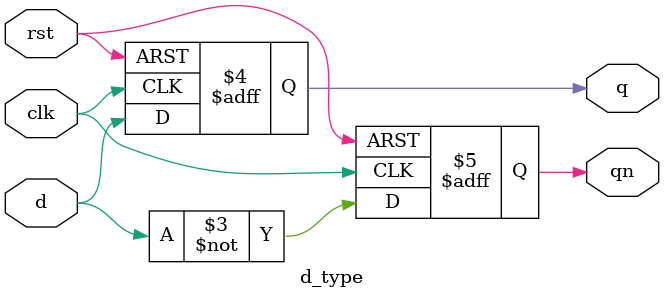
<source format=v>



module d_type (
  input d, clk, rst,
  output reg q, qn
);

always @(posedge clk or posedge rst) begin
  if (~rst) begin
    q <= d;
    qn <= ~d;
  end else begin
    q <= 1'b0;
    qn <= 1'b1;
  end
end

endmodule

</source>
